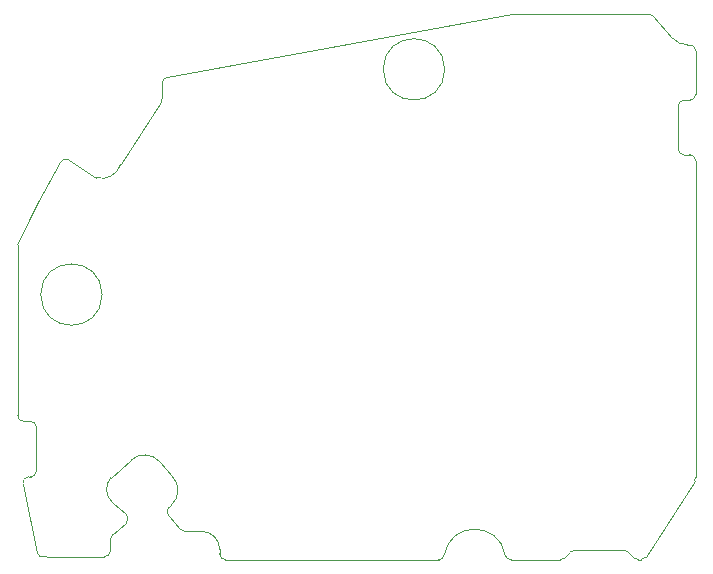
<source format=gbr>
%TF.GenerationSoftware,KiCad,Pcbnew,(6.0.6)*%
%TF.CreationDate,2023-05-08T04:55:46+09:00*%
%TF.ProjectId,128KB_64pin_Touch_L,3132384b-425f-4363-9470-696e5f546f75,rev?*%
%TF.SameCoordinates,Original*%
%TF.FileFunction,Profile,NP*%
%FSLAX46Y46*%
G04 Gerber Fmt 4.6, Leading zero omitted, Abs format (unit mm)*
G04 Created by KiCad (PCBNEW (6.0.6)) date 2023-05-08 04:55:46*
%MOMM*%
%LPD*%
G01*
G04 APERTURE LIST*
%TA.AperFunction,Profile*%
%ADD10C,0.100000*%
%TD*%
G04 APERTURE END LIST*
D10*
X130708613Y-115174000D02*
X130482613Y-115371000D01*
X127343784Y-111305796D02*
X125607784Y-112814796D01*
X170256913Y-119766460D02*
X170501913Y-119766460D01*
X171530517Y-73752157D02*
X173137687Y-75587661D01*
X170922502Y-119536839D02*
X175039516Y-113064994D01*
X131503132Y-117199230D02*
G75*
G03*
X131883175Y-117370821I379168J333130D01*
G01*
X124867588Y-97321635D02*
G75*
G03*
X124867588Y-97321635I-2600000J0D01*
G01*
X119352493Y-119164205D02*
G75*
G03*
X119587588Y-119489635I490907J107005D01*
G01*
X159508701Y-119766460D02*
X163642701Y-119766460D01*
X169396360Y-119113013D02*
X169903360Y-119620013D01*
X130708564Y-115173944D02*
G75*
G03*
X130791959Y-112682213I-1113964J1284544D01*
G01*
X121352242Y-86120439D02*
G75*
G03*
X117710496Y-93103208I78144858J-45196161D01*
G01*
X129954671Y-80717606D02*
X129954671Y-79407606D01*
X130482579Y-115370970D02*
G75*
G03*
X130529156Y-116079209I377421J-330830D01*
G01*
X134809179Y-118870821D02*
G75*
G03*
X133309175Y-117370821I-1499979J21D01*
G01*
X174620517Y-80872217D02*
G75*
G03*
X175120517Y-80372157I-17J500017D01*
G01*
X118810517Y-112752217D02*
G75*
G03*
X119310517Y-112252157I-17J500017D01*
G01*
X171530538Y-73752139D02*
G75*
G03*
X171153000Y-73580000I-377638J-328161D01*
G01*
X159540000Y-73580000D02*
X171153000Y-73580000D01*
X175120517Y-76672157D02*
X175120517Y-80372157D01*
X164856807Y-118966566D02*
X169042807Y-118966566D01*
X122074588Y-85926847D02*
G75*
G03*
X121352239Y-86120437I-275988J-414653D01*
G01*
X129872545Y-80992208D02*
G75*
G03*
X129954671Y-80717606I-418045J274608D01*
G01*
X125567588Y-118034635D02*
X125567588Y-119021635D01*
X131883175Y-117370821D02*
X133309175Y-117370821D01*
X175120543Y-76672157D02*
G75*
G03*
X174620517Y-76172157I-500043J-43D01*
G01*
X118650517Y-112752157D02*
X118810517Y-112752157D01*
X174120517Y-85472157D02*
X174620517Y-85472157D01*
X170501913Y-119766413D02*
G75*
G03*
X170922502Y-119536839I187J499713D01*
G01*
X175039529Y-113065003D02*
G75*
G03*
X175120517Y-112792157I-418629J272703D01*
G01*
X131503156Y-117199209D02*
X130529156Y-116079209D01*
X134809175Y-119270821D02*
X134809175Y-118870821D01*
X153867588Y-78251635D02*
G75*
G03*
X153867588Y-78251635I-2600000J0D01*
G01*
X158986538Y-119371262D02*
G75*
G03*
X153843086Y-119354721I-2573088J-415168D01*
G01*
X125607746Y-112814763D02*
G75*
G03*
X125753163Y-114928512I1131454J-984037D01*
G01*
X135309175Y-119770821D02*
X153350175Y-119770821D01*
X134809179Y-119270821D02*
G75*
G03*
X135309175Y-119770821I500021J21D01*
G01*
X175120517Y-85972157D02*
X175120517Y-112792157D01*
X174620517Y-80872157D02*
X174120517Y-80872157D01*
X125735403Y-117660927D02*
G75*
G03*
X125567588Y-118034635I331897J-373573D01*
G01*
X129872524Y-80992195D02*
X126452524Y-86258195D01*
X118810517Y-108052157D02*
X118210496Y-108050208D01*
X130369000Y-78915000D02*
X159540000Y-73580000D01*
X125735406Y-117660930D02*
X126932406Y-116619930D01*
X163996254Y-119620013D02*
X164503254Y-119113013D01*
X169903361Y-119620012D02*
G75*
G03*
X170256913Y-119766460I353539J353512D01*
G01*
X125067588Y-119521588D02*
G75*
G03*
X125567588Y-119021635I12J499988D01*
G01*
X169396364Y-119113009D02*
G75*
G03*
X169042807Y-118966566I-353564J-353591D01*
G01*
X129741959Y-111475213D02*
X130791959Y-112682213D01*
X173620543Y-84972157D02*
G75*
G03*
X174120517Y-85472157I499957J-43D01*
G01*
X119587588Y-119489635D02*
X120702588Y-119521635D01*
X125753163Y-114928512D02*
X126885163Y-115912512D01*
X174422517Y-76172157D02*
X174620517Y-76172157D01*
X119310517Y-108552157D02*
X119310517Y-112252157D01*
X126932362Y-116619892D02*
G75*
G03*
X126885163Y-115912512I-377262J330092D01*
G01*
X174120517Y-80872217D02*
G75*
G03*
X173620517Y-81372157I-17J-499983D01*
G01*
X153350175Y-119770810D02*
G75*
G03*
X153843086Y-119354721I-175J500210D01*
G01*
X158986591Y-119371250D02*
G75*
G03*
X159508701Y-119766460I491209J106450D01*
G01*
X119310543Y-108552157D02*
G75*
G03*
X118810517Y-108052157I-500043J-43D01*
G01*
X120702588Y-119521635D02*
X125067588Y-119521635D01*
X163642701Y-119766472D02*
G75*
G03*
X163996254Y-119620013I-1J499972D01*
G01*
X118650517Y-112752128D02*
G75*
G03*
X118161464Y-113356211I83J-500072D01*
G01*
X117710496Y-93103208D02*
X117710496Y-107550208D01*
X173620517Y-81372157D02*
X173620517Y-84972157D01*
X173137683Y-75587664D02*
G75*
G03*
X174422517Y-76172157I1282217J1114164D01*
G01*
X164856807Y-118966581D02*
G75*
G03*
X164503254Y-119113013I-7J-500019D01*
G01*
X124364556Y-87413896D02*
X122074556Y-85926896D01*
X129741999Y-111475178D02*
G75*
G03*
X127343784Y-111305796I-1283799J-1114422D01*
G01*
X175120543Y-85972157D02*
G75*
G03*
X174620517Y-85472157I-500043J-43D01*
G01*
X117710492Y-107550208D02*
G75*
G03*
X118210496Y-108050208I500008J8D01*
G01*
X130369014Y-78915083D02*
G75*
G03*
X129954671Y-79407606I85786J-492717D01*
G01*
X124364553Y-87413908D02*
G75*
G03*
X126452523Y-86258195I466147J1621808D01*
G01*
X118161464Y-113356211D02*
X119352464Y-119164211D01*
M02*

</source>
